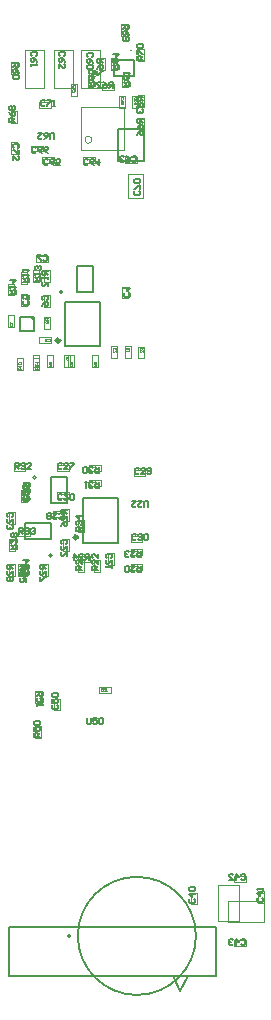
<source format=gbr>
%TF.GenerationSoftware,Altium Limited,Altium Designer,22.6.1 (34)*%
G04 Layer_Color=16711935*
%FSLAX45Y45*%
%MOMM*%
%TF.SameCoordinates,41C29604-6FBD-4392-AD62-CF0DA8D1722B*%
%TF.FilePolarity,Positive*%
%TF.FileFunction,Other,Mechanical_13*%
%TF.Part,CustomerPanel*%
G01*
G75*
%TA.AperFunction,NonConductor*%
%ADD48C,0.15240*%
%ADD49C,0.30000*%
%ADD50C,0.20000*%
%ADD51C,0.12700*%
%ADD84C,0.15000*%
%ADD95C,0.05080*%
%ADD96C,0.03810*%
%ADD97C,0.10000*%
D48*
X248258Y3869659D02*
G03*
X222858Y3869659I-12700J0D01*
G01*
D02*
G03*
X248258Y3869659I12700J0D01*
G01*
X97758Y4517960D02*
G03*
X97758Y4543360I0J12700D01*
G01*
D02*
G03*
X97758Y4517960I0J-12700D01*
G01*
D02*
G03*
X97758Y4543360I0J12700D01*
G01*
D02*
G03*
X97758Y4517960I0J-12700D01*
G01*
X234338Y4006039D02*
Y4142039D01*
X14338D02*
X234338D01*
X14338Y4006039D02*
Y4142039D01*
Y4006039D02*
X234338D01*
X234137Y4529443D02*
X370139D01*
Y4309438D02*
Y4529443D01*
X234137Y4309438D02*
X370139D01*
X234137D02*
Y4529443D01*
X370139D01*
Y4309438D02*
Y4529443D01*
X234137Y4309438D02*
X370139D01*
X234137D02*
Y4529443D01*
X321751Y6111780D02*
G03*
X321751Y6086380I0J-12700D01*
G01*
D02*
G03*
X321751Y6111780I0J12700D01*
G01*
D02*
G03*
X321751Y6086380I0J-12700D01*
G01*
D02*
G03*
X321751Y6111780I0J12700D01*
G01*
X71120Y5885378D02*
X96520Y5859978D01*
X-20320Y5768538D02*
X96520D01*
X-20320D02*
Y5885378D01*
X96520D01*
Y5768538D02*
Y5885378D01*
X458130Y6100298D02*
Y6320302D01*
X594132D01*
Y6100298D02*
Y6320302D01*
X458130Y6100298D02*
X594132D01*
X458130D02*
Y6320302D01*
X594132D01*
Y6100298D02*
Y6320302D01*
X458130Y6100298D02*
X594132D01*
X-114300Y304801D02*
Y726441D01*
X1633220D01*
Y304801D02*
Y726441D01*
X-114300Y304801D02*
X1633220D01*
X1270000D02*
X1333500Y177801D01*
X1397000Y304801D01*
X-114300D02*
Y726441D01*
X1633220D01*
Y304801D02*
Y726441D01*
X-114300Y304801D02*
X1633220D01*
X1270000D02*
X1333500Y177801D01*
X1397000Y304801D01*
D49*
X461780Y4024539D02*
G03*
X461780Y4024539I-14142J0D01*
G01*
D02*
G03*
X461780Y4024539I-14142J0D01*
G01*
X310750Y5689300D02*
G03*
X310750Y5689300I-14142J0D01*
G01*
D02*
G03*
X310750Y5689300I-14142J0D01*
G01*
D50*
X400200Y647701D02*
G03*
X400200Y647701I-10000J0D01*
G01*
D51*
X510139Y4352540D02*
X805139D01*
Y3976538D02*
Y4352540D01*
X510139Y3976538D02*
X805139D01*
X510139D02*
Y4352540D01*
X805139D01*
Y3976538D02*
Y4352540D01*
X510139Y3976538D02*
X805139D01*
X510139D02*
Y4352540D01*
X1062138Y4275157D02*
Y4317476D01*
X1053674Y4325940D01*
X1036746D01*
X1028282Y4317476D01*
Y4275157D01*
X977499Y4325940D02*
X1011355D01*
X977499Y4292085D01*
Y4283621D01*
X985963Y4275157D01*
X1002891D01*
X1011355Y4283621D01*
X926715Y4325940D02*
X960571D01*
X926715Y4292085D01*
Y4283621D01*
X935179Y4275157D01*
X952107D01*
X960571Y4283621D01*
X981794Y4601659D02*
X973330Y4610122D01*
X956402D01*
X947938Y4601659D01*
Y4567803D01*
X956402Y4559339D01*
X973330D01*
X981794Y4567803D01*
X1032577Y4559339D02*
X998722D01*
X1032577Y4593195D01*
Y4601659D01*
X1024114Y4610122D01*
X1007186D01*
X998722Y4601659D01*
X1049505Y4567803D02*
X1057969Y4559339D01*
X1074897D01*
X1083361Y4567803D01*
Y4601659D01*
X1074897Y4610122D01*
X1057969D01*
X1049505Y4601659D01*
Y4593195D01*
X1057969Y4584731D01*
X1083361D01*
X647636Y4617439D02*
Y4566655D01*
X622245D01*
X613781Y4575119D01*
Y4592047D01*
X622245Y4600511D01*
X647636D01*
X630709D02*
X613781Y4617439D01*
X596853Y4575119D02*
X588389Y4566655D01*
X571461D01*
X562997Y4575119D01*
Y4583583D01*
X571461Y4592047D01*
X579925D01*
X571461D01*
X562997Y4600511D01*
Y4608975D01*
X571461Y4617439D01*
X588389D01*
X596853Y4608975D01*
X546070Y4575119D02*
X537605Y4566655D01*
X520678D01*
X512214Y4575119D01*
Y4608975D01*
X520678Y4617439D01*
X537605D01*
X546070Y4608975D01*
Y4575119D01*
X956394Y4039684D02*
X947930Y4048148D01*
X931002D01*
X922538Y4039684D01*
Y4005828D01*
X931002Y3997364D01*
X947930D01*
X956394Y4005828D01*
X973322Y4039684D02*
X981786Y4048148D01*
X998714D01*
X1007177Y4039684D01*
Y4031220D01*
X998714Y4022756D01*
X990249D01*
X998714D01*
X1007177Y4014292D01*
Y4005828D01*
X998714Y3997364D01*
X981786D01*
X973322Y4005828D01*
X1024105Y4039684D02*
X1032569Y4048148D01*
X1049497D01*
X1057961Y4039684D01*
Y4005828D01*
X1049497Y3997364D01*
X1032569D01*
X1024105Y4005828D01*
Y4039684D01*
X1002538Y3906239D02*
Y3855456D01*
X977146D01*
X968683Y3863920D01*
Y3880847D01*
X977146Y3889311D01*
X1002538D01*
X985610D02*
X968683Y3906239D01*
X917899D02*
X951755D01*
X917899Y3872384D01*
Y3863920D01*
X926363Y3855456D01*
X943291D01*
X951755Y3863920D01*
X900971D02*
X892507Y3855456D01*
X875579D01*
X867116Y3863920D01*
Y3872384D01*
X875579Y3880847D01*
X884043D01*
X875579D01*
X867116Y3889311D01*
Y3897775D01*
X875579Y3906239D01*
X892507D01*
X900971Y3897775D01*
X1002538Y3779239D02*
Y3728455D01*
X977146D01*
X968682Y3736919D01*
Y3753847D01*
X977146Y3762311D01*
X1002538D01*
X985610D02*
X968682Y3779239D01*
X917899D02*
X951755D01*
X917899Y3745383D01*
Y3736919D01*
X926363Y3728455D01*
X943290D01*
X951755Y3736919D01*
X900971D02*
X892507Y3728455D01*
X875579D01*
X867115Y3736919D01*
Y3770775D01*
X875579Y3779239D01*
X892507D01*
X900971Y3770775D01*
Y3736919D01*
X635988Y3741939D02*
X585205D01*
Y3767331D01*
X593668Y3775795D01*
X610596D01*
X619060Y3767331D01*
Y3741939D01*
Y3758867D02*
X635988Y3775795D01*
Y3826578D02*
Y3792722D01*
X602132Y3826578D01*
X593668D01*
X585205Y3818114D01*
Y3801186D01*
X593668Y3792722D01*
X635988Y3877362D02*
Y3843506D01*
X602132Y3877362D01*
X593668D01*
X585205Y3868898D01*
Y3851970D01*
X593668Y3843506D01*
X502638Y3741939D02*
X451855D01*
Y3767331D01*
X460318Y3775795D01*
X477246D01*
X485710Y3767331D01*
Y3741939D01*
Y3758867D02*
X502638Y3775795D01*
Y3826578D02*
Y3792722D01*
X468782Y3826578D01*
X460318D01*
X451855Y3818114D01*
Y3801186D01*
X460318Y3792722D01*
X502638Y3843506D02*
Y3860434D01*
Y3851970D01*
X451855D01*
X460318Y3843506D01*
X42358Y4363294D02*
X50822Y4354830D01*
Y4337902D01*
X42358Y4329438D01*
X8502D01*
X38Y4337902D01*
Y4354830D01*
X8502Y4363294D01*
X38Y4414077D02*
Y4380221D01*
X33894Y4414077D01*
X42358D01*
X50822Y4405613D01*
Y4388685D01*
X42358Y4380221D01*
X50822Y4464861D02*
Y4431005D01*
X25430D01*
X33894Y4447933D01*
Y4456397D01*
X25430Y4464861D01*
X8502D01*
X38Y4456397D01*
Y4439469D01*
X8502Y4431005D01*
X-25362Y3783041D02*
X25422D01*
Y3757649D01*
X16958Y3749186D01*
X30D01*
X-8434Y3757649D01*
Y3783041D01*
Y3766113D02*
X-25362Y3749186D01*
Y3698402D02*
Y3732258D01*
X8494Y3698402D01*
X16958D01*
X25422Y3706866D01*
Y3723794D01*
X16958Y3732258D01*
X25422Y3647619D02*
Y3681474D01*
X30D01*
X8494Y3664546D01*
Y3656082D01*
X30Y3647619D01*
X-16898D01*
X-25362Y3656082D01*
Y3673010D01*
X-16898Y3681474D01*
X308282Y4186620D02*
X316746Y4178156D01*
X333674D01*
X342138Y4186620D01*
Y4220475D01*
X333674Y4228939D01*
X316746D01*
X308282Y4220475D01*
X257499Y4228939D02*
X291355D01*
X257499Y4195084D01*
Y4186620D01*
X265963Y4178156D01*
X282890D01*
X291355Y4186620D01*
X240571D02*
X232107Y4178156D01*
X215179D01*
X206715Y4186620D01*
Y4195084D01*
X215179Y4203547D01*
X206715Y4212011D01*
Y4220475D01*
X215179Y4228939D01*
X232107D01*
X240571Y4220475D01*
Y4212011D01*
X232107Y4203547D01*
X240571Y4195084D01*
Y4186620D01*
X232107Y4203547D02*
X215179D01*
X-123882Y4190917D02*
X-132345Y4199381D01*
Y4216309D01*
X-123882Y4224773D01*
X-90026D01*
X-81562Y4216309D01*
Y4199381D01*
X-90026Y4190917D01*
X-81562Y4140134D02*
Y4173990D01*
X-115418Y4140134D01*
X-123882D01*
X-132345Y4148598D01*
Y4165526D01*
X-123882Y4173990D01*
Y4123206D02*
X-132345Y4114742D01*
Y4097814D01*
X-123882Y4089350D01*
X-115418D01*
X-106954Y4097814D01*
Y4106278D01*
Y4097814D01*
X-98490Y4089350D01*
X-90026D01*
X-81562Y4097814D01*
Y4114742D01*
X-90026Y4123206D01*
X-101562Y3919739D02*
X-50778D01*
Y3945131D01*
X-59242Y3953595D01*
X-76170D01*
X-84634Y3945131D01*
Y3919739D01*
Y3936667D02*
X-101562Y3953595D01*
Y4004378D02*
Y3970522D01*
X-67706Y4004378D01*
X-59242D01*
X-50778Y3995914D01*
Y3978986D01*
X-59242Y3970522D01*
Y4021306D02*
X-50778Y4029770D01*
Y4046698D01*
X-59242Y4055162D01*
X-67706D01*
X-76170Y4046698D01*
X-84634Y4055162D01*
X-93098D01*
X-101562Y4046698D01*
Y4029770D01*
X-93098Y4021306D01*
X-84634D01*
X-76170Y4029770D01*
X-67706Y4021306D01*
X-59242D01*
X-76170Y4029770D02*
Y4046698D01*
X502638Y4078489D02*
X451855D01*
Y4103881D01*
X460318Y4112345D01*
X477246D01*
X485710Y4103881D01*
Y4078489D01*
Y4095417D02*
X502638Y4112345D01*
X460318Y4129273D02*
X451855Y4137737D01*
Y4154665D01*
X460318Y4163128D01*
X468782D01*
X477246Y4154665D01*
Y4146200D01*
Y4154665D01*
X485710Y4163128D01*
X494174D01*
X502638Y4154665D01*
Y4137737D01*
X494174Y4129273D01*
X502638Y4205448D02*
X451855D01*
X477246Y4180056D01*
Y4213912D01*
X332412Y4346519D02*
X323948Y4338055D01*
X307020D01*
X298556Y4346519D01*
Y4380375D01*
X307020Y4388839D01*
X323948D01*
X332412Y4380375D01*
X383195Y4388839D02*
X349339D01*
X383195Y4354983D01*
Y4346519D01*
X374731Y4338055D01*
X357803D01*
X349339Y4346519D01*
X400123D02*
X408587Y4338055D01*
X425515D01*
X433979Y4346519D01*
Y4380375D01*
X425515Y4388839D01*
X408587D01*
X400123Y4380375D01*
Y4346519D01*
X714318Y3846343D02*
X705855Y3854807D01*
Y3871734D01*
X714318Y3880198D01*
X748174D01*
X756638Y3871734D01*
Y3854807D01*
X748174Y3846343D01*
X756638Y3795559D02*
Y3829415D01*
X722782Y3795559D01*
X714318D01*
X705855Y3804023D01*
Y3820951D01*
X714318Y3829415D01*
X756638Y3778632D02*
Y3761704D01*
Y3770167D01*
X705855D01*
X714318Y3778632D01*
X333318Y3965883D02*
X324855Y3974347D01*
Y3991275D01*
X333318Y3999739D01*
X367174D01*
X375638Y3991275D01*
Y3974347D01*
X367174Y3965883D01*
X375638Y3915100D02*
Y3948955D01*
X341782Y3915100D01*
X333318D01*
X324855Y3923563D01*
Y3940491D01*
X333318Y3948955D01*
X375638Y3864316D02*
Y3898172D01*
X341782Y3864316D01*
X333318D01*
X324855Y3872780D01*
Y3889708D01*
X333318Y3898172D01*
X377238Y4253359D02*
X326455D01*
Y4227967D01*
X334919Y4219503D01*
X351846D01*
X360310Y4227967D01*
Y4253359D01*
Y4236431D02*
X377238Y4219503D01*
Y4168719D02*
Y4202575D01*
X343383Y4168719D01*
X334919D01*
X326455Y4177183D01*
Y4194111D01*
X334919Y4202575D01*
X326455Y4117936D02*
X334919Y4134864D01*
X351846Y4151792D01*
X368774D01*
X377238Y4143328D01*
Y4126400D01*
X368774Y4117936D01*
X360310D01*
X351846Y4126400D01*
Y4151792D01*
X334094Y4639759D02*
X325630Y4648222D01*
X308702D01*
X300238Y4639759D01*
Y4605903D01*
X308702Y4597439D01*
X325630D01*
X334094Y4605903D01*
X384877Y4597439D02*
X351022D01*
X384877Y4631295D01*
Y4639759D01*
X376414Y4648222D01*
X359486D01*
X351022Y4639759D01*
X401805Y4648222D02*
X435661D01*
Y4639759D01*
X401805Y4605903D01*
Y4597439D01*
X-68062D02*
Y4648222D01*
X-42670D01*
X-34206Y4639759D01*
Y4622831D01*
X-42670Y4614367D01*
X-68062D01*
X-51134D02*
X-34206Y4597439D01*
X-17278Y4639759D02*
X-8814Y4648222D01*
X8114D01*
X16577Y4639759D01*
Y4631295D01*
X8114Y4622831D01*
X-351D01*
X8114D01*
X16577Y4614367D01*
Y4605903D01*
X8114Y4597439D01*
X-8814D01*
X-17278Y4605903D01*
X67361Y4597439D02*
X33505D01*
X67361Y4631295D01*
Y4639759D01*
X58897Y4648222D01*
X41969D01*
X33505Y4639759D01*
X55058Y4448483D02*
X63522Y4456947D01*
Y4473875D01*
X55058Y4482339D01*
X21202D01*
X12738Y4473875D01*
Y4456947D01*
X21202Y4448483D01*
X12738Y4397700D02*
Y4431555D01*
X46594Y4397700D01*
X55058D01*
X63522Y4406163D01*
Y4423091D01*
X55058Y4431555D01*
X63522Y4346916D02*
X55058Y4363844D01*
X38130Y4380772D01*
X21202D01*
X12738Y4372308D01*
Y4355380D01*
X21202Y4346916D01*
X29666D01*
X38130Y4355380D01*
Y4380772D01*
X-29164Y4051339D02*
Y4102122D01*
X-3772D01*
X4691Y4093659D01*
Y4076731D01*
X-3772Y4068267D01*
X-29164D01*
X-12236D02*
X4691Y4051339D01*
X21619Y4093659D02*
X30083Y4102122D01*
X47011D01*
X55475Y4093659D01*
Y4085195D01*
X47011Y4076731D01*
X38547D01*
X47011D01*
X55475Y4068267D01*
Y4059803D01*
X47011Y4051339D01*
X30083D01*
X21619Y4059803D01*
X72403Y4093659D02*
X80867Y4102122D01*
X97795D01*
X106258Y4093659D01*
Y4085195D01*
X97795Y4076731D01*
X89331D01*
X97795D01*
X106258Y4068267D01*
Y4059803D01*
X97795Y4051339D01*
X80867D01*
X72403Y4059803D01*
X647639Y4494439D02*
Y4443655D01*
X622247D01*
X613783Y4452119D01*
Y4469047D01*
X622247Y4477511D01*
X647639D01*
X630711D02*
X613783Y4494439D01*
X596856Y4452119D02*
X588392Y4443655D01*
X571464D01*
X563000Y4452119D01*
Y4460583D01*
X571464Y4469047D01*
X579928D01*
X571464D01*
X563000Y4477511D01*
Y4485975D01*
X571464Y4494439D01*
X588392D01*
X596856Y4485975D01*
X546072Y4494439D02*
X529144D01*
X537608D01*
Y4443655D01*
X546072Y4452119D01*
X199338Y3783839D02*
X148555D01*
Y3758447D01*
X157018Y3749983D01*
X173946D01*
X182410Y3758447D01*
Y3783839D01*
Y3766911D02*
X199338Y3749983D01*
Y3699200D02*
Y3733055D01*
X165483Y3699200D01*
X157018D01*
X148555Y3707663D01*
Y3724591D01*
X157018Y3733055D01*
X148555Y3682272D02*
Y3648416D01*
X157018D01*
X190874Y3682272D01*
X199338D01*
X42358Y3737695D02*
X50822Y3729231D01*
Y3712303D01*
X42358Y3703839D01*
X8502D01*
X38Y3712303D01*
Y3729231D01*
X8502Y3737695D01*
X38Y3788478D02*
Y3754622D01*
X33894Y3788478D01*
X42358D01*
X50822Y3780014D01*
Y3763086D01*
X42358Y3754622D01*
X38Y3830798D02*
X50822D01*
X25430Y3805406D01*
Y3839262D01*
X558038Y3830199D02*
Y3880982D01*
X532646D01*
X524182Y3872518D01*
Y3855590D01*
X532646Y3847126D01*
X558038D01*
X541110D02*
X524182Y3830199D01*
X473399D02*
X507255D01*
X473399Y3864054D01*
Y3872518D01*
X481863Y3880982D01*
X498790D01*
X507255Y3872518D01*
X431079Y3830199D02*
Y3880982D01*
X456471Y3855590D01*
X422615D01*
X-81562Y3783839D02*
X-132345D01*
Y3758447D01*
X-123882Y3749983D01*
X-106954D01*
X-98490Y3758447D01*
Y3783839D01*
Y3766911D02*
X-81562Y3749983D01*
Y3699200D02*
Y3733055D01*
X-115418Y3699200D01*
X-123882D01*
X-132345Y3707663D01*
Y3724591D01*
X-123882Y3733055D01*
X-90026Y3682272D02*
X-81562Y3673808D01*
Y3656880D01*
X-90026Y3648416D01*
X-123882D01*
X-132345Y3656880D01*
Y3673808D01*
X-123882Y3682272D01*
X-115418D01*
X-106954Y3673808D01*
Y3648416D01*
X359109Y6017301D02*
X654109D01*
Y5641300D02*
Y6017301D01*
X359109Y5641300D02*
X654109D01*
X359109D02*
Y6017301D01*
X654109D01*
Y5641300D02*
Y6017301D01*
X359109Y5641300D02*
X654109D01*
X359109D02*
Y6017301D01*
X171244Y6407720D02*
X179708Y6416184D01*
X196636D01*
X205100Y6407720D01*
Y6373864D01*
X196636Y6365400D01*
X179708D01*
X171244Y6373864D01*
X154316Y6416184D02*
X120461D01*
Y6407720D01*
X154316Y6373864D01*
Y6365400D01*
X170880Y6032111D02*
X162416Y6040575D01*
Y6057502D01*
X170880Y6065967D01*
X204736D01*
X213200Y6057502D01*
Y6040575D01*
X204736Y6032111D01*
X162416Y5981327D02*
X170880Y5998255D01*
X187808Y6015183D01*
X204736D01*
X213200Y6006719D01*
Y5989791D01*
X204736Y5981327D01*
X196272D01*
X187808Y5989791D01*
Y6015183D01*
X213200Y6275705D02*
X162416D01*
Y6250313D01*
X170880Y6241849D01*
X187808D01*
X196272Y6250313D01*
Y6275705D01*
Y6258777D02*
X213200Y6241849D01*
Y6224922D02*
Y6207994D01*
Y6216457D01*
X162416D01*
X170880Y6224922D01*
X213200Y6148746D02*
Y6182602D01*
X179344Y6148746D01*
X170880D01*
X162416Y6157210D01*
Y6174138D01*
X170880Y6182602D01*
X104300Y6195700D02*
X155084D01*
Y6221092D01*
X146620Y6229556D01*
X129692D01*
X121228Y6221092D01*
Y6195700D01*
Y6212628D02*
X104300Y6229556D01*
Y6246484D02*
Y6263411D01*
Y6254948D01*
X155084D01*
X146620Y6246484D01*
Y6288803D02*
X155084Y6297267D01*
Y6314195D01*
X146620Y6322659D01*
X138156D01*
X129692Y6314195D01*
Y6305731D01*
Y6314195D01*
X121228Y6322659D01*
X112764D01*
X104300Y6314195D01*
Y6297267D01*
X112764Y6288803D01*
X895920Y6089053D02*
X904384Y6080589D01*
Y6063661D01*
X895920Y6055197D01*
X862064D01*
X853600Y6063661D01*
Y6080589D01*
X862064Y6089053D01*
X853600Y6131373D02*
X904384D01*
X878992Y6105981D01*
Y6139837D01*
X2700Y6180602D02*
X53484D01*
Y6205994D01*
X45020Y6214458D01*
X28092D01*
X19628Y6205994D01*
Y6180602D01*
Y6197530D02*
X2700Y6214458D01*
Y6231386D02*
Y6248314D01*
Y6239850D01*
X53484D01*
X45020Y6231386D01*
X2700Y6273706D02*
Y6290633D01*
Y6282170D01*
X53484D01*
X45020Y6273706D01*
X-111600Y6080603D02*
X-60816D01*
Y6105994D01*
X-69280Y6114458D01*
X-86208D01*
X-94672Y6105994D01*
Y6080603D01*
Y6097530D02*
X-111600Y6114458D01*
Y6131386D02*
Y6148314D01*
Y6139850D01*
X-60816D01*
X-69280Y6131386D01*
X-111600Y6199098D02*
X-60816D01*
X-86208Y6173706D01*
Y6207561D01*
X45020Y6025558D02*
X53484Y6017094D01*
Y6000167D01*
X45020Y5991703D01*
X11164D01*
X2700Y6000167D01*
Y6017094D01*
X11164Y6025558D01*
X53484Y6076342D02*
Y6042486D01*
X28092D01*
X36556Y6059414D01*
Y6067878D01*
X28092Y6076342D01*
X11164D01*
X2700Y6067878D01*
Y6050950D01*
X11164Y6042486D01*
X1024400Y7205600D02*
Y7475600D01*
X804400Y7205600D02*
Y7475600D01*
X1024400D01*
X804400Y7205600D02*
X1024400D01*
Y7475600D01*
X804400Y7205600D02*
Y7475600D01*
X1024400D01*
X804400Y7205600D02*
X1024400D01*
X944292Y7931600D02*
Y8061600D01*
X774292Y7931600D02*
X944292D01*
X774292D02*
Y8061600D01*
X944292D01*
X114506Y7282180D02*
X106042Y7273716D01*
X89114D01*
X80650Y7282180D01*
Y7316035D01*
X89114Y7324499D01*
X106042D01*
X114506Y7316035D01*
X165289Y7273716D02*
X148361Y7282180D01*
X131434Y7299108D01*
Y7316035D01*
X139898Y7324499D01*
X156825D01*
X165289Y7316035D01*
Y7307572D01*
X156825Y7299108D01*
X131434D01*
X216073Y7273716D02*
X199145Y7282180D01*
X182217Y7299108D01*
Y7316035D01*
X190681Y7324499D01*
X207609D01*
X216073Y7316035D01*
Y7307572D01*
X207609Y7299108D01*
X182217D01*
X1013300Y7754380D02*
X962516D01*
Y7728988D01*
X970980Y7720524D01*
X987908D01*
X996372Y7728988D01*
Y7754380D01*
Y7737452D02*
X1013300Y7720524D01*
X962516Y7669741D02*
X970980Y7686668D01*
X987908Y7703596D01*
X1004836D01*
X1013300Y7695132D01*
Y7678204D01*
X1004836Y7669741D01*
X996372D01*
X987908Y7678204D01*
Y7703596D01*
X970980Y7652813D02*
X962516Y7644349D01*
Y7627421D01*
X970980Y7618957D01*
X979444D01*
X987908Y7627421D01*
Y7635885D01*
Y7627421D01*
X996372Y7618957D01*
X1004836D01*
X1013300Y7627421D01*
Y7644349D01*
X1004836Y7652813D01*
X1014320Y7559855D02*
X963537D01*
Y7534463D01*
X972000Y7525999D01*
X988928D01*
X997392Y7534463D01*
Y7559855D01*
Y7542927D02*
X1014320Y7525999D01*
X963537Y7475216D02*
X972000Y7492144D01*
X988928Y7509071D01*
X1005856D01*
X1014320Y7500607D01*
Y7483679D01*
X1005856Y7475216D01*
X997392D01*
X988928Y7483679D01*
Y7509071D01*
X963537Y7424432D02*
X972000Y7441360D01*
X988928Y7458288D01*
X1005856D01*
X1014320Y7449824D01*
Y7432896D01*
X1005856Y7424432D01*
X997392D01*
X988928Y7432896D01*
Y7458288D01*
X563100Y7845900D02*
X613883D01*
Y7871292D01*
X605420Y7879756D01*
X588492D01*
X580028Y7871292D01*
Y7845900D01*
Y7862828D02*
X563100Y7879756D01*
X613883Y7930539D02*
X605420Y7913611D01*
X588492Y7896683D01*
X571564D01*
X563100Y7905148D01*
Y7922075D01*
X571564Y7930539D01*
X580028D01*
X588492Y7922075D01*
Y7896683D01*
X613883Y7981323D02*
Y7947467D01*
X588492D01*
X596956Y7964395D01*
Y7972859D01*
X588492Y7981323D01*
X571564D01*
X563100Y7972859D01*
Y7955931D01*
X571564Y7947467D01*
X682694Y8068972D02*
X631910D01*
Y8043581D01*
X640374Y8035117D01*
X657302D01*
X665766Y8043581D01*
Y8068972D01*
Y8052045D02*
X682694Y8035117D01*
X631910Y7984333D02*
X640374Y8001261D01*
X657302Y8018189D01*
X674230D01*
X682694Y8009725D01*
Y7992797D01*
X674230Y7984333D01*
X665766D01*
X657302Y7992797D01*
Y8018189D01*
X631910Y7967405D02*
Y7933550D01*
X640374D01*
X674230Y7967405D01*
X682694D01*
X763100Y7986400D02*
X813884D01*
Y8011792D01*
X805420Y8020256D01*
X788492D01*
X780028Y8011792D01*
Y7986400D01*
Y8003328D02*
X763100Y8020256D01*
X813884Y8071039D02*
X805420Y8054111D01*
X788492Y8037184D01*
X771564D01*
X763100Y8045648D01*
Y8062575D01*
X771564Y8071039D01*
X780028D01*
X788492Y8062575D01*
Y8037184D01*
X763100Y8113359D02*
X813884D01*
X788492Y8087967D01*
Y8121823D01*
X763100Y7825900D02*
Y7876684D01*
X737708D01*
X729244Y7868220D01*
Y7851292D01*
X737708Y7842828D01*
X763100D01*
X746172D02*
X729244Y7825900D01*
X678461Y7876684D02*
X695389Y7868220D01*
X712317Y7851292D01*
Y7834364D01*
X703853Y7825900D01*
X686925D01*
X678461Y7834364D01*
Y7842828D01*
X686925Y7851292D01*
X712317D01*
X627677Y7825900D02*
X661533D01*
X627677Y7859756D01*
Y7868220D01*
X636141Y7876684D01*
X653069D01*
X661533Y7868220D01*
X855200Y7846700D02*
X905983D01*
Y7872092D01*
X897520Y7880556D01*
X880592D01*
X872128Y7872092D01*
Y7846700D01*
Y7863628D02*
X855200Y7880556D01*
X905983Y7931339D02*
X897520Y7914411D01*
X880592Y7897484D01*
X863664D01*
X855200Y7905948D01*
Y7922875D01*
X863664Y7931339D01*
X872128D01*
X880592Y7922875D01*
Y7897484D01*
X855200Y7948267D02*
Y7965195D01*
Y7956731D01*
X905983D01*
X897520Y7948267D01*
X920544Y7245920D02*
X929008Y7254384D01*
X945936D01*
X954400Y7245920D01*
Y7212064D01*
X945936Y7203600D01*
X929008D01*
X920544Y7212064D01*
X869761Y7254384D02*
X886689Y7245920D01*
X903616Y7228992D01*
Y7212064D01*
X895152Y7203600D01*
X878225D01*
X869761Y7212064D01*
Y7220528D01*
X878225Y7228992D01*
X903616D01*
X852833Y7245920D02*
X844369Y7254384D01*
X827441D01*
X818977Y7245920D01*
Y7237456D01*
X827441Y7228992D01*
X835905D01*
X827441D01*
X818977Y7220528D01*
Y7212064D01*
X827441Y7203600D01*
X844369D01*
X852833Y7212064D01*
X982120Y6955356D02*
X990583Y6946892D01*
Y6929964D01*
X982120Y6921500D01*
X948264D01*
X939800Y6929964D01*
Y6946892D01*
X948264Y6955356D01*
X990583Y6972283D02*
Y7006139D01*
X982120D01*
X948264Y6972283D01*
X939800D01*
X982120Y7023067D02*
X990583Y7031531D01*
Y7048459D01*
X982120Y7056923D01*
X948264D01*
X939800Y7048459D01*
Y7031531D01*
X948264Y7023067D01*
X982120D01*
X551956Y7181280D02*
X543492Y7172816D01*
X526564D01*
X518100Y7181280D01*
Y7215136D01*
X526564Y7223600D01*
X543492D01*
X551956Y7215136D01*
X602739Y7172816D02*
X585811Y7181280D01*
X568884Y7198208D01*
Y7215136D01*
X577348Y7223600D01*
X594275D01*
X602739Y7215136D01*
Y7206672D01*
X594275Y7198208D01*
X568884D01*
X645059Y7223600D02*
Y7172816D01*
X619667Y7198208D01*
X653523D01*
X209756Y7181280D02*
X201292Y7172816D01*
X184364D01*
X175900Y7181280D01*
Y7215136D01*
X184364Y7223600D01*
X201292D01*
X209756Y7215136D01*
X260539Y7172816D02*
X243611Y7181280D01*
X226684Y7198208D01*
Y7215136D01*
X235148Y7223600D01*
X252075D01*
X260539Y7215136D01*
Y7206672D01*
X252075Y7198208D01*
X226684D01*
X311323Y7172816D02*
X277467D01*
Y7198208D01*
X294395Y7189744D01*
X302859D01*
X311323Y7198208D01*
Y7215136D01*
X302859Y7223600D01*
X285931D01*
X277467Y7215136D01*
X348797Y8094932D02*
X357261Y8103396D01*
Y8120324D01*
X348797Y8128788D01*
X314942D01*
X306478Y8120324D01*
Y8103396D01*
X314942Y8094932D01*
X357261Y8044149D02*
X348797Y8061076D01*
X331870Y8078004D01*
X314942D01*
X306478Y8069540D01*
Y8052612D01*
X314942Y8044149D01*
X323406D01*
X331870Y8052612D01*
Y8078004D01*
X306478Y7993365D02*
Y8027221D01*
X340333Y7993365D01*
X348797D01*
X357261Y8001829D01*
Y8018757D01*
X348797Y8027221D01*
X582433Y8093124D02*
X590896Y8101587D01*
Y8118515D01*
X582433Y8126979D01*
X548577D01*
X540113Y8118515D01*
Y8101587D01*
X548577Y8093124D01*
X590896Y8042340D02*
X582433Y8059268D01*
X565505Y8076196D01*
X548577D01*
X540113Y8067732D01*
Y8050804D01*
X548577Y8042340D01*
X557041D01*
X565505Y8050804D01*
Y8076196D01*
X582433Y8025412D02*
X590896Y8016948D01*
Y8000020D01*
X582433Y7991557D01*
X548577D01*
X540113Y8000020D01*
Y8016948D01*
X548577Y8025412D01*
X582433D01*
X-86200Y8036952D02*
X-35416D01*
Y8011560D01*
X-43880Y8003097D01*
X-60808D01*
X-69272Y8011560D01*
Y8036952D01*
Y8020024D02*
X-86200Y8003097D01*
X-35416Y7952313D02*
X-43880Y7969241D01*
X-60808Y7986169D01*
X-77736D01*
X-86200Y7977705D01*
Y7960777D01*
X-77736Y7952313D01*
X-69272D01*
X-60808Y7960777D01*
Y7986169D01*
X-43880Y7935385D02*
X-35416Y7926921D01*
Y7909993D01*
X-43880Y7901530D01*
X-77736D01*
X-86200Y7909993D01*
Y7926921D01*
X-77736Y7935385D01*
X-43880D01*
X184356Y7714220D02*
X175892Y7722684D01*
X158964D01*
X150500Y7714220D01*
Y7680364D01*
X158964Y7671900D01*
X175892D01*
X184356Y7680364D01*
X201284Y7722684D02*
X235139D01*
Y7714220D01*
X201284Y7680364D01*
Y7671900D01*
X252067D02*
X268995D01*
X260531D01*
Y7722684D01*
X252067Y7714220D01*
X264700Y7390817D02*
Y7433136D01*
X256236Y7441600D01*
X239308D01*
X230844Y7433136D01*
Y7390817D01*
X180061D02*
X196989Y7399280D01*
X213917Y7416208D01*
Y7433136D01*
X205452Y7441600D01*
X188525D01*
X180061Y7433136D01*
Y7424672D01*
X188525Y7416208D01*
X213917D01*
X129277Y7441600D02*
X163133D01*
X129277Y7407744D01*
Y7399280D01*
X137741Y7390817D01*
X154669D01*
X163133Y7399280D01*
X-66200Y7541900D02*
X-116984D01*
Y7567292D01*
X-108520Y7575756D01*
X-91592D01*
X-83128Y7567292D01*
Y7541900D01*
Y7558828D02*
X-66200Y7575756D01*
X-116984Y7626539D02*
X-108520Y7609611D01*
X-91592Y7592684D01*
X-74664D01*
X-66200Y7601148D01*
Y7618075D01*
X-74664Y7626539D01*
X-83128D01*
X-91592Y7618075D01*
Y7592684D01*
X-108520Y7643467D02*
X-116984Y7651931D01*
Y7668859D01*
X-108520Y7677323D01*
X-100056D01*
X-91592Y7668859D01*
X-83128Y7677323D01*
X-74664D01*
X-66200Y7668859D01*
Y7651931D01*
X-74664Y7643467D01*
X-83128D01*
X-91592Y7651931D01*
X-100056Y7643467D01*
X-108520D01*
X-91592Y7651931D02*
Y7668859D01*
X-43880Y7321344D02*
X-35416Y7329808D01*
Y7346736D01*
X-43880Y7355200D01*
X-77736D01*
X-86200Y7346736D01*
Y7329808D01*
X-77736Y7321344D01*
X-35416Y7304416D02*
Y7270561D01*
X-43880D01*
X-77736Y7304416D01*
X-86200D01*
Y7219777D02*
Y7253633D01*
X-52344Y7219777D01*
X-43880D01*
X-35416Y7228241D01*
Y7245169D01*
X-43880Y7253633D01*
X1013300Y8062600D02*
X962516D01*
Y8087992D01*
X970980Y8096456D01*
X987908D01*
X996372Y8087992D01*
Y8062600D01*
Y8079528D02*
X1013300Y8096456D01*
X962516Y8113384D02*
Y8147239D01*
X970980D01*
X1004836Y8113384D01*
X1013300D01*
X970980Y8164167D02*
X962516Y8172631D01*
Y8189559D01*
X970980Y8198023D01*
X1004836D01*
X1013300Y8189559D01*
Y8172631D01*
X1004836Y8164167D01*
X970980D01*
X849292Y8357700D02*
X900075D01*
Y8332308D01*
X891611Y8323844D01*
X874684D01*
X866220Y8332308D01*
Y8357700D01*
Y8340772D02*
X849292Y8323844D01*
X900075Y8273061D02*
X891611Y8289989D01*
X874684Y8306917D01*
X857756D01*
X849292Y8298453D01*
Y8281525D01*
X857756Y8273061D01*
X866220D01*
X874684Y8281525D01*
Y8306917D01*
X857756Y8256133D02*
X849292Y8247669D01*
Y8230741D01*
X857756Y8222277D01*
X891611D01*
X900075Y8230741D01*
Y8247669D01*
X891611Y8256133D01*
X883147D01*
X874684Y8247669D01*
Y8222277D01*
X108920Y8094444D02*
X117384Y8102908D01*
Y8119836D01*
X108920Y8128300D01*
X75064D01*
X66600Y8119836D01*
Y8102908D01*
X75064Y8094444D01*
X117384Y8043661D02*
X108920Y8060589D01*
X91992Y8077516D01*
X75064D01*
X66600Y8069052D01*
Y8052125D01*
X75064Y8043661D01*
X83528D01*
X91992Y8052125D01*
Y8077516D01*
X66600Y8026733D02*
Y8009805D01*
Y8018269D01*
X117384D01*
X108920Y8026733D01*
X141999Y2334900D02*
X91216D01*
Y2360292D01*
X99680Y2368756D01*
X116608D01*
X125072Y2360292D01*
Y2334900D01*
Y2351828D02*
X141999Y2368756D01*
X91216Y2419539D02*
Y2385684D01*
X116608D01*
X108144Y2402611D01*
Y2411075D01*
X116608Y2419539D01*
X133535D01*
X141999Y2411075D01*
Y2394148D01*
X133535Y2385684D01*
X99680Y2436467D02*
X91216Y2444931D01*
Y2461859D01*
X99680Y2470323D01*
X133535D01*
X141999Y2461859D01*
Y2444931D01*
X133535Y2436467D01*
X99680D01*
X117000Y2711547D02*
X167783D01*
Y2686155D01*
X159319Y2677691D01*
X142391D01*
X133927Y2686155D01*
Y2711547D01*
Y2694619D02*
X117000Y2677691D01*
X167783Y2626907D02*
Y2660763D01*
X142391D01*
X150855Y2643835D01*
Y2635371D01*
X142391Y2626907D01*
X125464D01*
X117000Y2635371D01*
Y2652299D01*
X125464Y2660763D01*
X117000Y2609980D02*
Y2593052D01*
Y2601515D01*
X167783D01*
X159319Y2609980D01*
X539900Y2493583D02*
Y2451264D01*
X548364Y2442800D01*
X565292D01*
X573756Y2451264D01*
Y2493583D01*
X624539D02*
X590683D01*
Y2468191D01*
X607611Y2476655D01*
X616075D01*
X624539Y2468191D01*
Y2451264D01*
X616075Y2442800D01*
X599147D01*
X590683Y2451264D01*
X641467Y2485119D02*
X649931Y2493583D01*
X666859D01*
X675322Y2485119D01*
Y2451264D01*
X666859Y2442800D01*
X649931D01*
X641467Y2451264D01*
Y2485119D01*
X259341Y2601082D02*
X250878Y2592619D01*
Y2575691D01*
X259341Y2567227D01*
X293197D01*
X301661Y2575691D01*
Y2592619D01*
X293197Y2601082D01*
X250878Y2651866D02*
Y2618010D01*
X276269D01*
X267805Y2634938D01*
Y2643402D01*
X276269Y2651866D01*
X293197D01*
X301661Y2643402D01*
Y2626474D01*
X293197Y2618010D01*
X259341Y2668794D02*
X250878Y2677258D01*
Y2694186D01*
X259341Y2702649D01*
X293197D01*
X301661Y2694186D01*
Y2677258D01*
X293197Y2668794D01*
X259341D01*
X1465200Y647701D02*
G03*
X1465200Y647701I-500000J0D01*
G01*
X1415480Y958257D02*
X1407016Y949793D01*
Y932865D01*
X1415480Y924401D01*
X1449336D01*
X1457800Y932865D01*
Y949793D01*
X1449336Y958257D01*
X1457800Y1000576D02*
X1407016D01*
X1432408Y975184D01*
Y1009040D01*
X1415480Y1025968D02*
X1407016Y1034432D01*
Y1051360D01*
X1415480Y1059824D01*
X1449336D01*
X1457800Y1051360D01*
Y1034432D01*
X1449336Y1025968D01*
X1415480D01*
X1986980Y971757D02*
X1978516Y963293D01*
Y946365D01*
X1986980Y937901D01*
X2020836D01*
X2029300Y946365D01*
Y963293D01*
X2020836Y971757D01*
X2029300Y1014076D02*
X1978516D01*
X2003908Y988685D01*
Y1022540D01*
X2029300Y1039468D02*
Y1056396D01*
Y1047932D01*
X1978516D01*
X1986980Y1039468D01*
X1847644Y1162621D02*
X1856108Y1171085D01*
X1873036D01*
X1881500Y1162621D01*
Y1128765D01*
X1873036Y1120301D01*
X1856108D01*
X1847644Y1128765D01*
X1805325Y1120301D02*
Y1171085D01*
X1830716Y1145693D01*
X1796861D01*
X1746077Y1120301D02*
X1779933D01*
X1746077Y1154157D01*
Y1162621D01*
X1754541Y1171085D01*
X1771469D01*
X1779933Y1162621D01*
X1847644Y616521D02*
X1856108Y624985D01*
X1873036D01*
X1881500Y616521D01*
Y582665D01*
X1873036Y574201D01*
X1856108D01*
X1847644Y582665D01*
X1805325Y574201D02*
Y624985D01*
X1830716Y599593D01*
X1796861D01*
X1779933Y616521D02*
X1771469Y624985D01*
X1754541D01*
X1746077Y616521D01*
Y608057D01*
X1754541Y599593D01*
X1763005D01*
X1754541D01*
X1746077Y591129D01*
Y582665D01*
X1754541Y574201D01*
X1771469D01*
X1779933Y582665D01*
D84*
X914292Y8146600D02*
G03*
X914292Y8146600I-5000J0D01*
G01*
D95*
X937938Y4594339D02*
X1037938D01*
Y4544339D02*
Y4594339D01*
X937938Y4544339D02*
X1037938D01*
X937938D02*
Y4594339D01*
X557637Y4582439D02*
X657636D01*
X557637D02*
Y4632439D01*
X657636D01*
Y4582439D02*
Y4632439D01*
X912538Y4032364D02*
X1012538D01*
Y3982364D02*
Y4032364D01*
X912538Y3982364D02*
X1012538D01*
X912538D02*
Y4032364D01*
X912538Y3871239D02*
X1012538D01*
X912538D02*
Y3921239D01*
X1012538D01*
Y3871239D02*
Y3921239D01*
X912538Y3744239D02*
X1012538D01*
X912538D02*
Y3794239D01*
X1012538D01*
Y3744239D02*
Y3794239D01*
X600988Y3731939D02*
Y3831939D01*
X650988D01*
Y3731939D02*
Y3831939D01*
X600988Y3731939D02*
X650988D01*
X467638D02*
Y3831939D01*
X517638D01*
Y3731939D02*
Y3831939D01*
X467638Y3731939D02*
X517638D01*
X35037Y4319435D02*
Y4419435D01*
X-14961D02*
X35037D01*
X-14961Y4319435D02*
Y4419435D01*
Y4319435D02*
X35037D01*
X9637Y3693039D02*
Y3793039D01*
X-40361Y3693039D02*
X9637D01*
X-40361D02*
Y3793039D01*
X9637D01*
X252136Y4193941D02*
X352135D01*
X252136D02*
Y4243938D01*
X352135D01*
Y4193941D02*
Y4243938D01*
X-116561Y4134776D02*
Y4234776D01*
Y4134776D02*
X-66564D01*
Y4234776D01*
X-116561D02*
X-66564D01*
X-66563Y3909736D02*
Y4009736D01*
X-116561D02*
X-66563D01*
X-116561Y3909736D02*
Y4009736D01*
Y3909736D02*
X-66563D01*
X467639Y4068487D02*
X517637D01*
Y4168486D01*
X467639D02*
X517637D01*
X467639Y4068487D02*
Y4168486D01*
X288558Y4353840D02*
X388558D01*
Y4403838D01*
X288558D02*
X388558D01*
X288558Y4353840D02*
Y4403838D01*
X721639Y3790196D02*
Y3890196D01*
Y3790196D02*
X771637D01*
Y3890196D01*
X721639D02*
X771637D01*
X340639Y4009741D02*
X390637D01*
Y3909741D02*
Y4009741D01*
X340639Y3909741D02*
X390637D01*
X340639D02*
Y4009741D01*
X342240Y4263356D02*
X392237D01*
Y4163356D02*
Y4263356D01*
X342240Y4163356D02*
X392237D01*
X342240D02*
Y4263356D01*
X290241Y4632438D02*
X390241D01*
Y4582440D02*
Y4632438D01*
X290241Y4582440D02*
X390241D01*
X290241D02*
Y4632438D01*
X-78059D02*
X21941D01*
Y4582440D02*
Y4632438D01*
X-78059Y4582440D02*
X21941D01*
X-78059D02*
Y4632438D01*
X47737Y4392336D02*
Y4492336D01*
X-2261Y4392336D02*
X47737D01*
X-2261D02*
Y4492336D01*
X47737D01*
X-39162Y4086338D02*
X60838D01*
Y4036340D02*
Y4086338D01*
X-39162Y4036340D02*
X60838D01*
X-39162D02*
Y4086338D01*
X557637Y4459440D02*
X657636D01*
X557637D02*
Y4509438D01*
X657636D01*
Y4459440D02*
Y4509438D01*
X164340Y3693836D02*
Y3793836D01*
Y3693836D02*
X214337D01*
Y3793836D01*
X164340D02*
X214337D01*
X35037Y3693836D02*
Y3793836D01*
X-14966D02*
X35037D01*
X-14966Y3693836D02*
Y3793836D01*
Y3693836D02*
X35037D01*
X468041Y3865197D02*
X568041D01*
X468041Y3815200D02*
Y3865197D01*
Y3815200D02*
X568041D01*
Y3865197D01*
X-116561Y3793841D02*
X-66563D01*
Y3693841D02*
Y3793841D01*
X-116561Y3693841D02*
X-66563D01*
X-116561D02*
Y3793841D01*
X89300Y5436400D02*
Y5536400D01*
X139300D01*
Y5436400D02*
Y5536400D01*
X89300Y5436400D02*
X139300D01*
X-50400D02*
Y5536400D01*
X-400D01*
Y5436400D02*
Y5536400D01*
X-50400Y5436400D02*
X-400D01*
X-76600Y5801558D02*
Y5901557D01*
X-126600D02*
X-76600D01*
X-126600Y5801558D02*
Y5901557D01*
Y5801558D02*
X-76600D01*
X139300Y5461800D02*
Y5561800D01*
X89300D02*
X139300D01*
X89300Y5461800D02*
Y5561800D01*
Y5461800D02*
X139300D01*
X253600D02*
Y5561800D01*
X203600D02*
X253600D01*
X203600Y5461800D02*
Y5561800D01*
Y5461800D02*
X253600D01*
X749700Y5538000D02*
Y5638000D01*
Y5538000D02*
X799700D01*
Y5638000D01*
X749700D02*
X799700D01*
X864000Y5538000D02*
Y5638000D01*
Y5538000D02*
X914000D01*
Y5638000D01*
X864000D02*
X914000D01*
X978300Y5537200D02*
Y5637200D01*
Y5537200D02*
X1028300D01*
Y5637200D01*
X978300D02*
X1028300D01*
X215097Y6350401D02*
Y6400399D01*
X115098Y6350401D02*
X215097D01*
X115098D02*
Y6400399D01*
X215097D01*
X178201Y6075964D02*
X228199D01*
Y5975964D02*
Y6075964D01*
X178201Y5975964D02*
X228199D01*
X178201D02*
Y6075964D01*
Y6285702D02*
X228199D01*
Y6185703D02*
Y6285702D01*
X178201Y6185703D02*
X228199D01*
X178201D02*
Y6285702D01*
X89301Y6185703D02*
X139299D01*
X89301D02*
Y6285702D01*
X139299D01*
Y6185703D02*
Y6285702D01*
X838601Y6045200D02*
X888599D01*
X838601D02*
Y6145200D01*
X888599D01*
Y6045200D02*
Y6145200D01*
X-12299Y6170605D02*
X37699D01*
X-12299D02*
Y6270605D01*
X37699D01*
Y6170605D02*
Y6270605D01*
X397982Y5461800D02*
Y5561800D01*
X347982Y5461800D02*
X397982D01*
X347982D02*
Y5561800D01*
X397982D01*
X634600Y5461800D02*
Y5561800D01*
X584600D02*
X634600D01*
X584600Y5461800D02*
Y5561800D01*
Y5461800D02*
X634600D01*
X-76601Y6070600D02*
Y6170600D01*
X-126599D02*
X-76601D01*
X-126599Y6070600D02*
Y6170600D01*
Y6070600D02*
X-76601D01*
X430108Y5461800D02*
Y5561800D01*
X380108D02*
X430108D01*
X380108Y5461800D02*
Y5561800D01*
Y5461800D02*
X430108D01*
X177797Y5786170D02*
Y5886169D01*
Y5786170D02*
X227797D01*
Y5886169D01*
X177797D02*
X227797D01*
X139700Y5717298D02*
X239700D01*
X139700Y5667298D02*
Y5717298D01*
Y5667298D02*
X239700D01*
Y5717298D01*
X-12299Y5981700D02*
X37699D01*
X-12299D02*
Y6081700D01*
X37699D01*
Y5981700D02*
Y6081700D01*
X70650Y7289500D02*
X170650D01*
Y7339499D01*
X70650D02*
X170650D01*
X70650Y7289500D02*
Y7339499D01*
X978300Y7664380D02*
Y7764380D01*
Y7664380D02*
X1028300D01*
Y7764380D01*
X978300D02*
X1028300D01*
X979320Y7469855D02*
Y7569855D01*
Y7469855D02*
X1029320D01*
Y7569855D01*
X979320D02*
X1029320D01*
X406800Y7759700D02*
Y7859700D01*
Y7759700D02*
X456800D01*
Y7859700D01*
X406800D02*
X456800D01*
X598100Y7835900D02*
Y7935900D01*
X548100D02*
X598100D01*
X548100Y7835900D02*
Y7935900D01*
Y7835900D02*
X598100D01*
X647694Y7978973D02*
Y8078972D01*
Y7978973D02*
X697694D01*
Y8078972D01*
X647694D02*
X697694D01*
X798100Y7976400D02*
Y8076400D01*
X748100D02*
X798100D01*
X748100Y7976400D02*
Y8076400D01*
Y7976400D02*
X798100D01*
X673100Y7860900D02*
X773100D01*
X673100Y7810900D02*
Y7860900D01*
Y7810900D02*
X773100D01*
Y7860900D01*
X890200Y7836700D02*
Y7936700D01*
X840200D02*
X890200D01*
X840200Y7836700D02*
Y7936700D01*
Y7836700D02*
X890200D01*
X864400Y7238600D02*
X964400D01*
X864400Y7188600D02*
Y7238600D01*
Y7188600D02*
X964400D01*
Y7238600D01*
X890000Y6897700D02*
X1015000D01*
X890000D02*
Y7097700D01*
X1015000D01*
Y6897700D02*
Y7097700D01*
X508100Y7188600D02*
X608100D01*
Y7238600D01*
X508100D02*
X608100D01*
X508100Y7188600D02*
Y7238600D01*
X165900Y7188600D02*
X265900D01*
Y7238600D01*
X165900D02*
X265900D01*
X165900Y7188600D02*
Y7238600D01*
X421478Y7828788D02*
Y8148788D01*
X261478Y7828788D02*
X421478D01*
X261478D02*
Y8148788D01*
X421478D01*
X655113Y7826979D02*
Y8146979D01*
X495113Y7826979D02*
X655113D01*
X495113D02*
Y8146979D01*
X655113D01*
X-51200Y7946952D02*
Y8046952D01*
X-101200Y7946952D02*
X-51200D01*
X-101200D02*
Y8046952D01*
X-51200D01*
X140500Y7706900D02*
X240500D01*
Y7656900D02*
Y7706900D01*
X140500Y7656900D02*
X240500D01*
X140500D02*
Y7706900D01*
X-101200Y7531900D02*
Y7631900D01*
X-51200D01*
Y7531900D02*
Y7631900D01*
X-101200Y7531900D02*
X-51200D01*
Y7265200D02*
Y7365200D01*
X-101200Y7265200D02*
X-51200D01*
X-101200D02*
Y7365200D01*
X-51200D01*
X863200Y7658900D02*
Y7758900D01*
X813200Y7658900D02*
X863200D01*
X813200D02*
Y7758900D01*
X863200D01*
X978300Y8052600D02*
Y8152600D01*
X1028300D01*
Y8052600D02*
Y8152600D01*
X978300Y8052600D02*
X1028300D01*
X884292Y8267700D02*
Y8367700D01*
X834292Y8267700D02*
X884292D01*
X834292D02*
Y8367700D01*
X884292D01*
X977500Y7658900D02*
Y7758900D01*
X927500Y7658900D02*
X977500D01*
X927500D02*
Y7758900D01*
X977500D01*
X181600Y7828300D02*
Y8148300D01*
X21600Y7828300D02*
X181600D01*
X21600D02*
Y8148300D01*
X181600D01*
X107000Y2324900D02*
Y2424900D01*
X156999D01*
Y2324900D02*
Y2424900D01*
X107000Y2324900D02*
X156999D01*
X151999Y2621547D02*
Y2721546D01*
X102000Y2621547D02*
X151999D01*
X102000D02*
Y2721546D01*
X151999D01*
X266661Y2557227D02*
Y2657227D01*
X316661D01*
Y2557227D02*
Y2657227D01*
X266661Y2557227D02*
X316661D01*
X648500Y2755500D02*
X748500D01*
Y2705500D02*
Y2755500D01*
X648500Y2705500D02*
X748500D01*
X648500D02*
Y2755500D01*
X1422800Y914401D02*
Y1014401D01*
X1472800D01*
Y914401D02*
Y1014401D01*
X1422800Y914401D02*
X1472800D01*
X1994300Y927901D02*
Y1027901D01*
X2044300D01*
Y927901D02*
Y1027901D01*
X1994300Y927901D02*
X2044300D01*
X1891500Y1105301D02*
Y1155301D01*
X1791500Y1105301D02*
X1891500D01*
X1791500D02*
Y1155301D01*
X1891500D01*
X1791500Y609201D02*
X1891500D01*
X1791500Y559201D02*
Y609201D01*
Y559201D02*
X1891500D01*
Y609201D01*
D96*
X124300Y5446400D02*
X101447D01*
Y5457826D01*
X105256Y5461635D01*
X112874D01*
X116683Y5457826D01*
Y5446400D01*
Y5454018D02*
X124300Y5461635D01*
X120491Y5469253D02*
X124300Y5473061D01*
Y5480679D01*
X120491Y5484488D01*
X105256D01*
X101447Y5480679D01*
Y5473061D01*
X105256Y5469253D01*
X109065D01*
X112874Y5473061D01*
Y5484488D01*
X-15400Y5446400D02*
X-38253D01*
Y5457826D01*
X-34444Y5461635D01*
X-26826D01*
X-23017Y5457826D01*
Y5446400D01*
Y5454018D02*
X-15400Y5461635D01*
Y5469253D02*
Y5476870D01*
Y5473061D01*
X-38253D01*
X-34444Y5469253D01*
Y5488297D02*
X-38253Y5492105D01*
Y5499723D01*
X-34444Y5503532D01*
X-19209D01*
X-15400Y5499723D01*
Y5492105D01*
X-19209Y5488297D01*
X-34444D01*
X-92556Y5826793D02*
X-88747Y5822984D01*
Y5815366D01*
X-92556Y5811558D01*
X-107791D01*
X-111600Y5815366D01*
Y5822984D01*
X-107791Y5826793D01*
X-111600Y5834410D02*
Y5842028D01*
Y5838219D01*
X-88747D01*
X-92556Y5834410D01*
X104300Y5471800D02*
X127153D01*
Y5483226D01*
X123344Y5487035D01*
X115726D01*
X111917Y5483226D01*
Y5471800D01*
Y5479418D02*
X104300Y5487035D01*
Y5506079D02*
X127153D01*
X115726Y5494653D01*
Y5509888D01*
X218600Y5471800D02*
X241453D01*
Y5483226D01*
X237644Y5487035D01*
X230026D01*
X226217Y5483226D01*
Y5471800D01*
Y5479418D02*
X218600Y5487035D01*
X241453Y5509888D02*
X237644Y5502270D01*
X230026Y5494653D01*
X222409D01*
X218600Y5498461D01*
Y5506079D01*
X222409Y5509888D01*
X226217D01*
X230026Y5506079D01*
Y5494653D01*
X765656Y5612765D02*
X761847Y5616574D01*
Y5624191D01*
X765656Y5628000D01*
X780891D01*
X784700Y5624191D01*
Y5616574D01*
X780891Y5612765D01*
X784700Y5589912D02*
Y5605147D01*
X769465Y5589912D01*
X765656D01*
X761847Y5593721D01*
Y5601339D01*
X765656Y5605147D01*
X899000Y5628000D02*
X876147D01*
Y5616574D01*
X879956Y5612765D01*
X887574D01*
X891383Y5616574D01*
Y5628000D01*
Y5620382D02*
X899000Y5612765D01*
Y5605147D02*
Y5597530D01*
Y5601339D01*
X876147D01*
X879956Y5605147D01*
X1013300Y5627200D02*
X990447D01*
Y5615774D01*
X994256Y5611965D01*
X1001874D01*
X1005683Y5615774D01*
Y5627200D01*
Y5619583D02*
X1013300Y5611965D01*
Y5589112D02*
Y5604347D01*
X998065Y5589112D01*
X994256D01*
X990447Y5592921D01*
Y5600539D01*
X994256Y5604347D01*
X362982Y5551800D02*
X385834D01*
Y5540374D01*
X382026Y5536565D01*
X374408D01*
X370599Y5540374D01*
Y5551800D01*
Y5544182D02*
X362982Y5536565D01*
X385834Y5528947D02*
Y5513712D01*
X382026D01*
X366790Y5528947D01*
X362982D01*
X599600Y5471800D02*
X622453D01*
Y5483226D01*
X618644Y5487035D01*
X611026D01*
X607217Y5483226D01*
Y5471800D01*
Y5479418D02*
X599600Y5487035D01*
X618644Y5494653D02*
X622453Y5498461D01*
Y5506079D01*
X618644Y5509888D01*
X614835D01*
X611026Y5506079D01*
Y5502270D01*
Y5506079D01*
X607217Y5509888D01*
X603409D01*
X599600Y5506079D01*
Y5498461D01*
X603409Y5494653D01*
X395108Y5471800D02*
X417961D01*
Y5483226D01*
X414152Y5487035D01*
X406534D01*
X402726Y5483226D01*
Y5471800D01*
Y5479418D02*
X395108Y5487035D01*
X417961Y5509888D02*
Y5494653D01*
X406534D01*
X410343Y5502270D01*
Y5506079D01*
X406534Y5509888D01*
X398917D01*
X395108Y5506079D01*
Y5498461D01*
X398917Y5494653D01*
X212797Y5876169D02*
X189945D01*
Y5864743D01*
X193753Y5860934D01*
X201371D01*
X205180Y5864743D01*
Y5876169D01*
Y5868552D02*
X212797Y5860934D01*
X193753Y5853317D02*
X189945Y5849508D01*
Y5841891D01*
X193753Y5838082D01*
X197562D01*
X201371Y5841891D01*
X205180Y5838082D01*
X208989D01*
X212797Y5841891D01*
Y5849508D01*
X208989Y5853317D01*
X205180D01*
X201371Y5849508D01*
X197562Y5853317D01*
X193753D01*
X201371Y5849508D02*
Y5841891D01*
X214465Y5701342D02*
X218274Y5705150D01*
X225891D01*
X229700Y5701342D01*
Y5686106D01*
X225891Y5682298D01*
X218274D01*
X214465Y5686106D01*
X206847Y5701342D02*
X203039Y5705150D01*
X195421D01*
X191612Y5701342D01*
Y5697533D01*
X195421Y5693724D01*
X199230D01*
X195421D01*
X191612Y5689915D01*
Y5686106D01*
X195421Y5682298D01*
X203039D01*
X206847Y5686106D01*
X422756Y7834465D02*
X418947Y7838274D01*
Y7845891D01*
X422756Y7849700D01*
X437991D01*
X441800Y7845891D01*
Y7838274D01*
X437991Y7834465D01*
X418947Y7811612D02*
X422756Y7819230D01*
X430374Y7826847D01*
X437991D01*
X441800Y7823038D01*
Y7815421D01*
X437991Y7811612D01*
X434183D01*
X430374Y7815421D01*
Y7826847D01*
X418947Y7803995D02*
Y7788759D01*
X422756D01*
X437991Y7803995D01*
X441800D01*
X847244Y7733665D02*
X851053Y7737474D01*
Y7745091D01*
X847244Y7748900D01*
X832009D01*
X828200Y7745091D01*
Y7737474D01*
X832009Y7733665D01*
X851053Y7710812D02*
X847244Y7718430D01*
X839626Y7726047D01*
X832009D01*
X828200Y7722239D01*
Y7714621D01*
X832009Y7710812D01*
X835817D01*
X839626Y7714621D01*
Y7726047D01*
X847244Y7703195D02*
X851053Y7699386D01*
Y7691768D01*
X847244Y7687959D01*
X843435D01*
X839626Y7691768D01*
X835817Y7687959D01*
X832009D01*
X828200Y7691768D01*
Y7699386D01*
X832009Y7703195D01*
X835817D01*
X839626Y7699386D01*
X843435Y7703195D01*
X847244D01*
X839626Y7699386D02*
Y7691768D01*
X961544Y7733665D02*
X965353Y7737474D01*
Y7745091D01*
X961544Y7748900D01*
X946309D01*
X942500Y7745091D01*
Y7737474D01*
X946309Y7733665D01*
X965353Y7710812D02*
X961544Y7718430D01*
X953926Y7726047D01*
X946309D01*
X942500Y7722239D01*
Y7714621D01*
X946309Y7710812D01*
X950117D01*
X953926Y7714621D01*
Y7726047D01*
X946309Y7703195D02*
X942500Y7699386D01*
Y7691768D01*
X946309Y7687959D01*
X961544D01*
X965353Y7691768D01*
Y7699386D01*
X961544Y7703195D01*
X957735D01*
X953926Y7699386D01*
Y7687959D01*
X673735Y2739544D02*
X669926Y2743353D01*
X662309D01*
X658500Y2739544D01*
Y2724309D01*
X662309Y2720500D01*
X669926D01*
X673735Y2724309D01*
X696588Y2743353D02*
X681353D01*
Y2731926D01*
X688970Y2735735D01*
X692779D01*
X696588Y2731926D01*
Y2724309D01*
X692779Y2720500D01*
X685161D01*
X681353Y2724309D01*
X704205Y2720500D02*
X711823D01*
X708014D01*
Y2743353D01*
X704205Y2739544D01*
D97*
X585600Y7387800D02*
G03*
X585600Y7387800I-30000J0D01*
G01*
X490600Y7297800D02*
X855600D01*
Y7662800D01*
X490600D02*
X855600D01*
X490600Y7297800D02*
Y7662800D01*
X1652400Y775401D02*
Y1080401D01*
X1827400Y775401D02*
Y1080401D01*
X1652400D02*
X1827400D01*
X1652400Y775401D02*
X1827400D01*
X1739000Y942830D02*
X2044000D01*
X1739000Y767830D02*
X2044000D01*
X1739000D02*
Y942830D01*
X2044000Y767830D02*
Y942830D01*
%TF.MD5,4f786c7c702c20ea21cd87289037ea31*%
M02*

</source>
